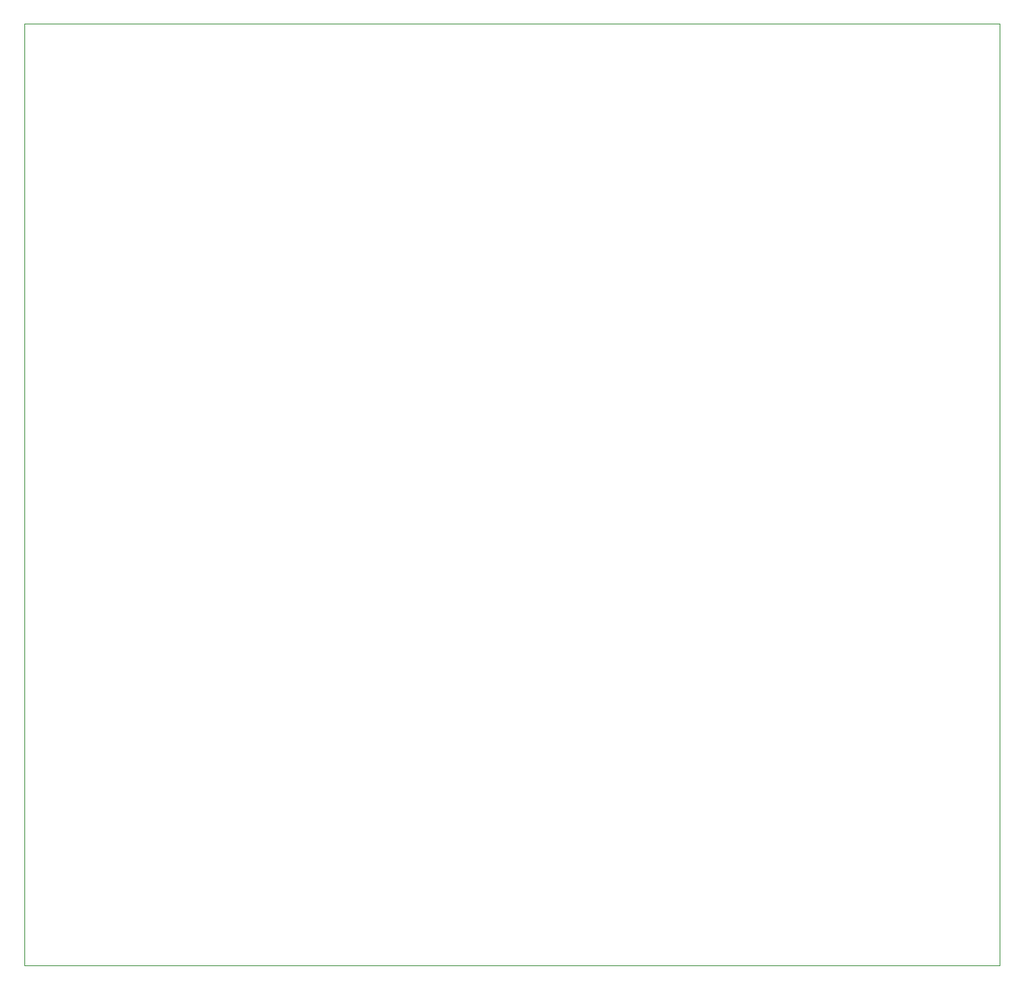
<source format=gbr>
G04 #@! TF.GenerationSoftware,KiCad,Pcbnew,(5.1.5)-3*
G04 #@! TF.CreationDate,2020-05-29T16:11:53-04:00*
G04 #@! TF.ProjectId,8031-sys06,38303331-2d73-4797-9330-362e6b696361,rev?*
G04 #@! TF.SameCoordinates,Original*
G04 #@! TF.FileFunction,Profile,NP*
%FSLAX46Y46*%
G04 Gerber Fmt 4.6, Leading zero omitted, Abs format (unit mm)*
G04 Created by KiCad (PCBNEW (5.1.5)-3) date 2020-05-29 16:11:53*
%MOMM*%
%LPD*%
G04 APERTURE LIST*
%ADD10C,0.050000*%
G04 APERTURE END LIST*
D10*
X34290000Y-170180000D02*
X34290000Y-62230000D01*
X146050000Y-170180000D02*
X34290000Y-170180000D01*
X146050000Y-62230000D02*
X146050000Y-170180000D01*
X34290000Y-62230000D02*
X146050000Y-62230000D01*
M02*

</source>
